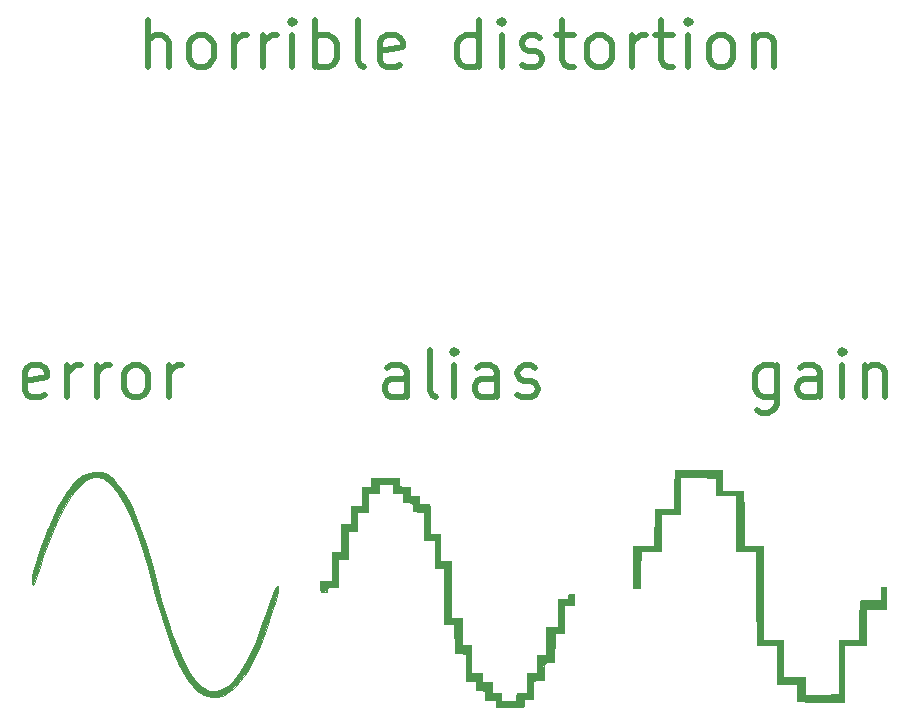
<source format=gbr>
%TF.GenerationSoftware,KiCad,Pcbnew,5.1.6-c6e7f7d~87~ubuntu18.04.1*%
%TF.CreationDate,2020-07-29T17:50:40-04:00*%
%TF.ProjectId,bit_crusher_front_panel,6269745f-6372-4757-9368-65725f66726f,rev?*%
%TF.SameCoordinates,Original*%
%TF.FileFunction,Legend,Top*%
%TF.FilePolarity,Positive*%
%FSLAX46Y46*%
G04 Gerber Fmt 4.6, Leading zero omitted, Abs format (unit mm)*
G04 Created by KiCad (PCBNEW 5.1.6-c6e7f7d~87~ubuntu18.04.1) date 2020-07-29 17:50:40*
%MOMM*%
%LPD*%
G01*
G04 APERTURE LIST*
%ADD10C,0.120000*%
%ADD11C,0.100000*%
%ADD12C,0.500000*%
%ADD13C,0.010000*%
G04 APERTURE END LIST*
D10*
X152400000Y-86512400D02*
X152400000Y-87680800D01*
X152806400Y-86512400D02*
X152400000Y-86512400D01*
X152806400Y-88290400D02*
X152806400Y-86512400D01*
X151130000Y-88290400D02*
X152806400Y-88290400D01*
X150672800Y-87833200D02*
X150622000Y-87731600D01*
X150571200Y-87680800D02*
X152450800Y-87680800D01*
X150571200Y-90932000D02*
X150571200Y-87680800D01*
X145288000Y-96164400D02*
X145288000Y-94640400D01*
X149199600Y-96164400D02*
X145288000Y-96164400D01*
X133705600Y-83413600D02*
X133705600Y-80264000D01*
X131978400Y-83413600D02*
X133705600Y-83413600D01*
X131978400Y-86512400D02*
X131978400Y-83464400D01*
X131419600Y-86512400D02*
X131978400Y-86512400D01*
X131419600Y-83007200D02*
X131419600Y-86512400D01*
X133299200Y-83007200D02*
X131419600Y-83007200D01*
X148844000Y-90982800D02*
X150622000Y-90982800D01*
X148844000Y-95656400D02*
X148844000Y-90982800D01*
X140106400Y-78689200D02*
X140055600Y-78638400D01*
X140106400Y-83464400D02*
X140106400Y-78689200D01*
X141833600Y-83464400D02*
X140106400Y-83464400D01*
X140716000Y-78384400D02*
X140716000Y-83159600D01*
X138836400Y-78384400D02*
X140716000Y-78384400D01*
X119786400Y-96570800D02*
X119786400Y-96037400D01*
X122123200Y-96570800D02*
X119786400Y-96570800D01*
X122123200Y-96570800D02*
X122123200Y-96012000D01*
X121970800Y-96570800D02*
X122123200Y-96570800D01*
X122885200Y-95961200D02*
X121970800Y-95986600D01*
X122885200Y-94437200D02*
X122885200Y-95961200D01*
X121564400Y-95478600D02*
X122504200Y-95478600D01*
X121564400Y-96164400D02*
X121564400Y-95478600D01*
X120218200Y-95478600D02*
X120218200Y-96215200D01*
X120192800Y-95478600D02*
X120218200Y-95478600D01*
X119380000Y-95478600D02*
X120192800Y-95478600D01*
X117271800Y-94411800D02*
X117297200Y-92125800D01*
X117297200Y-94411800D02*
X117271800Y-94411800D01*
X118110000Y-94411800D02*
X117297200Y-94411800D01*
X118135400Y-94945200D02*
X118135400Y-95148400D01*
X118059200Y-95224600D02*
X118059200Y-94335600D01*
X118948200Y-95224600D02*
X118059200Y-95224600D01*
X123875800Y-92786200D02*
X123799600Y-94335600D01*
X123875800Y-94386400D02*
X123875800Y-92786200D01*
X122859800Y-94386400D02*
X123875800Y-94386400D01*
X124663200Y-92760800D02*
X124587000Y-92735400D01*
X124688600Y-92786200D02*
X124637800Y-92583000D01*
X124739400Y-92811600D02*
X124739400Y-90322400D01*
X123748800Y-92811600D02*
X124739400Y-92811600D01*
X126365000Y-87985600D02*
X125501400Y-87985600D01*
X125933200Y-87096600D02*
X125933200Y-87579200D01*
X126365000Y-87096600D02*
X125933200Y-87096600D01*
X126365000Y-87985600D02*
X126365000Y-87096600D01*
X105410000Y-86715600D02*
X105410000Y-86817200D01*
X105486200Y-86893400D02*
X105486200Y-86385400D01*
X104978200Y-86893400D02*
X105486200Y-86893400D01*
X104978200Y-86029800D02*
X104978200Y-86893400D01*
X114096800Y-79578200D02*
X113411000Y-79552800D01*
X114147600Y-79502000D02*
X113182400Y-79502000D01*
X114147600Y-79679800D02*
X114147600Y-79502000D01*
X112801400Y-79984600D02*
X112852200Y-79984600D01*
X112750600Y-80060800D02*
X113766600Y-80060800D01*
X112750600Y-80035400D02*
X112750600Y-80060800D01*
X112750600Y-79349600D02*
X112750600Y-80035400D01*
X113157000Y-78943200D02*
X113157000Y-78867000D01*
X113233200Y-78816200D02*
X113233200Y-79603600D01*
X112547400Y-78816200D02*
X113233200Y-78816200D01*
X112522000Y-78028800D02*
X111607600Y-78028800D01*
X112522000Y-78765400D02*
X112522000Y-78028800D01*
D11*
G36*
X111607600Y-78486000D02*
G01*
X111175800Y-78460600D01*
X111125000Y-78435200D01*
X111125000Y-77317600D01*
X111607600Y-77317600D01*
X111607600Y-78486000D01*
G37*
X111607600Y-78486000D02*
X111175800Y-78460600D01*
X111125000Y-78435200D01*
X111125000Y-77317600D01*
X111607600Y-77317600D01*
X111607600Y-78486000D01*
D12*
X90363809Y-42449523D02*
X90363809Y-38449523D01*
X92078095Y-42449523D02*
X92078095Y-40354285D01*
X91887619Y-39973333D01*
X91506666Y-39782857D01*
X90935238Y-39782857D01*
X90554285Y-39973333D01*
X90363809Y-40163809D01*
X94554285Y-42449523D02*
X94173333Y-42259047D01*
X93982857Y-42068571D01*
X93792380Y-41687619D01*
X93792380Y-40544761D01*
X93982857Y-40163809D01*
X94173333Y-39973333D01*
X94554285Y-39782857D01*
X95125714Y-39782857D01*
X95506666Y-39973333D01*
X95697142Y-40163809D01*
X95887619Y-40544761D01*
X95887619Y-41687619D01*
X95697142Y-42068571D01*
X95506666Y-42259047D01*
X95125714Y-42449523D01*
X94554285Y-42449523D01*
X97601904Y-42449523D02*
X97601904Y-39782857D01*
X97601904Y-40544761D02*
X97792380Y-40163809D01*
X97982857Y-39973333D01*
X98363809Y-39782857D01*
X98744761Y-39782857D01*
X100078095Y-42449523D02*
X100078095Y-39782857D01*
X100078095Y-40544761D02*
X100268571Y-40163809D01*
X100459047Y-39973333D01*
X100840000Y-39782857D01*
X101220952Y-39782857D01*
X102554285Y-42449523D02*
X102554285Y-39782857D01*
X102554285Y-38449523D02*
X102363809Y-38640000D01*
X102554285Y-38830476D01*
X102744761Y-38640000D01*
X102554285Y-38449523D01*
X102554285Y-38830476D01*
X104459047Y-42449523D02*
X104459047Y-38449523D01*
X104459047Y-39973333D02*
X104840000Y-39782857D01*
X105601904Y-39782857D01*
X105982857Y-39973333D01*
X106173333Y-40163809D01*
X106363809Y-40544761D01*
X106363809Y-41687619D01*
X106173333Y-42068571D01*
X105982857Y-42259047D01*
X105601904Y-42449523D01*
X104840000Y-42449523D01*
X104459047Y-42259047D01*
X108649523Y-42449523D02*
X108268571Y-42259047D01*
X108078095Y-41878095D01*
X108078095Y-38449523D01*
X111697142Y-42259047D02*
X111316190Y-42449523D01*
X110554285Y-42449523D01*
X110173333Y-42259047D01*
X109982857Y-41878095D01*
X109982857Y-40354285D01*
X110173333Y-39973333D01*
X110554285Y-39782857D01*
X111316190Y-39782857D01*
X111697142Y-39973333D01*
X111887619Y-40354285D01*
X111887619Y-40735238D01*
X109982857Y-41116190D01*
X118363809Y-42449523D02*
X118363809Y-38449523D01*
X118363809Y-42259047D02*
X117982857Y-42449523D01*
X117220952Y-42449523D01*
X116840000Y-42259047D01*
X116649523Y-42068571D01*
X116459047Y-41687619D01*
X116459047Y-40544761D01*
X116649523Y-40163809D01*
X116840000Y-39973333D01*
X117220952Y-39782857D01*
X117982857Y-39782857D01*
X118363809Y-39973333D01*
X120268571Y-42449523D02*
X120268571Y-39782857D01*
X120268571Y-38449523D02*
X120078095Y-38640000D01*
X120268571Y-38830476D01*
X120459047Y-38640000D01*
X120268571Y-38449523D01*
X120268571Y-38830476D01*
X121982857Y-42259047D02*
X122363809Y-42449523D01*
X123125714Y-42449523D01*
X123506666Y-42259047D01*
X123697142Y-41878095D01*
X123697142Y-41687619D01*
X123506666Y-41306666D01*
X123125714Y-41116190D01*
X122554285Y-41116190D01*
X122173333Y-40925714D01*
X121982857Y-40544761D01*
X121982857Y-40354285D01*
X122173333Y-39973333D01*
X122554285Y-39782857D01*
X123125714Y-39782857D01*
X123506666Y-39973333D01*
X124840000Y-39782857D02*
X126363809Y-39782857D01*
X125411428Y-38449523D02*
X125411428Y-41878095D01*
X125601904Y-42259047D01*
X125982857Y-42449523D01*
X126363809Y-42449523D01*
X128268571Y-42449523D02*
X127887619Y-42259047D01*
X127697142Y-42068571D01*
X127506666Y-41687619D01*
X127506666Y-40544761D01*
X127697142Y-40163809D01*
X127887619Y-39973333D01*
X128268571Y-39782857D01*
X128840000Y-39782857D01*
X129220952Y-39973333D01*
X129411428Y-40163809D01*
X129601904Y-40544761D01*
X129601904Y-41687619D01*
X129411428Y-42068571D01*
X129220952Y-42259047D01*
X128840000Y-42449523D01*
X128268571Y-42449523D01*
X131316190Y-42449523D02*
X131316190Y-39782857D01*
X131316190Y-40544761D02*
X131506666Y-40163809D01*
X131697142Y-39973333D01*
X132078095Y-39782857D01*
X132459047Y-39782857D01*
X133220952Y-39782857D02*
X134744761Y-39782857D01*
X133792380Y-38449523D02*
X133792380Y-41878095D01*
X133982857Y-42259047D01*
X134363809Y-42449523D01*
X134744761Y-42449523D01*
X136078095Y-42449523D02*
X136078095Y-39782857D01*
X136078095Y-38449523D02*
X135887619Y-38640000D01*
X136078095Y-38830476D01*
X136268571Y-38640000D01*
X136078095Y-38449523D01*
X136078095Y-38830476D01*
X138554285Y-42449523D02*
X138173333Y-42259047D01*
X137982857Y-42068571D01*
X137792380Y-41687619D01*
X137792380Y-40544761D01*
X137982857Y-40163809D01*
X138173333Y-39973333D01*
X138554285Y-39782857D01*
X139125714Y-39782857D01*
X139506666Y-39973333D01*
X139697142Y-40163809D01*
X139887619Y-40544761D01*
X139887619Y-41687619D01*
X139697142Y-42068571D01*
X139506666Y-42259047D01*
X139125714Y-42449523D01*
X138554285Y-42449523D01*
X141601904Y-39782857D02*
X141601904Y-42449523D01*
X141601904Y-40163809D02*
X141792380Y-39973333D01*
X142173333Y-39782857D01*
X142744761Y-39782857D01*
X143125714Y-39973333D01*
X143316190Y-40354285D01*
X143316190Y-42449523D01*
X143605714Y-67722857D02*
X143605714Y-70960952D01*
X143415238Y-71341904D01*
X143224761Y-71532380D01*
X142843809Y-71722857D01*
X142272380Y-71722857D01*
X141891428Y-71532380D01*
X143605714Y-70199047D02*
X143224761Y-70389523D01*
X142462857Y-70389523D01*
X142081904Y-70199047D01*
X141891428Y-70008571D01*
X141700952Y-69627619D01*
X141700952Y-68484761D01*
X141891428Y-68103809D01*
X142081904Y-67913333D01*
X142462857Y-67722857D01*
X143224761Y-67722857D01*
X143605714Y-67913333D01*
X147224761Y-70389523D02*
X147224761Y-68294285D01*
X147034285Y-67913333D01*
X146653333Y-67722857D01*
X145891428Y-67722857D01*
X145510476Y-67913333D01*
X147224761Y-70199047D02*
X146843809Y-70389523D01*
X145891428Y-70389523D01*
X145510476Y-70199047D01*
X145320000Y-69818095D01*
X145320000Y-69437142D01*
X145510476Y-69056190D01*
X145891428Y-68865714D01*
X146843809Y-68865714D01*
X147224761Y-68675238D01*
X149129523Y-70389523D02*
X149129523Y-67722857D01*
X149129523Y-66389523D02*
X148939047Y-66580000D01*
X149129523Y-66770476D01*
X149320000Y-66580000D01*
X149129523Y-66389523D01*
X149129523Y-66770476D01*
X151034285Y-67722857D02*
X151034285Y-70389523D01*
X151034285Y-68103809D02*
X151224761Y-67913333D01*
X151605714Y-67722857D01*
X152177142Y-67722857D01*
X152558095Y-67913333D01*
X152748571Y-68294285D01*
X152748571Y-70389523D01*
X112268571Y-70389523D02*
X112268571Y-68294285D01*
X112078095Y-67913333D01*
X111697142Y-67722857D01*
X110935238Y-67722857D01*
X110554285Y-67913333D01*
X112268571Y-70199047D02*
X111887619Y-70389523D01*
X110935238Y-70389523D01*
X110554285Y-70199047D01*
X110363809Y-69818095D01*
X110363809Y-69437142D01*
X110554285Y-69056190D01*
X110935238Y-68865714D01*
X111887619Y-68865714D01*
X112268571Y-68675238D01*
X114744761Y-70389523D02*
X114363809Y-70199047D01*
X114173333Y-69818095D01*
X114173333Y-66389523D01*
X116268571Y-70389523D02*
X116268571Y-67722857D01*
X116268571Y-66389523D02*
X116078095Y-66580000D01*
X116268571Y-66770476D01*
X116459047Y-66580000D01*
X116268571Y-66389523D01*
X116268571Y-66770476D01*
X119887619Y-70389523D02*
X119887619Y-68294285D01*
X119697142Y-67913333D01*
X119316190Y-67722857D01*
X118554285Y-67722857D01*
X118173333Y-67913333D01*
X119887619Y-70199047D02*
X119506666Y-70389523D01*
X118554285Y-70389523D01*
X118173333Y-70199047D01*
X117982857Y-69818095D01*
X117982857Y-69437142D01*
X118173333Y-69056190D01*
X118554285Y-68865714D01*
X119506666Y-68865714D01*
X119887619Y-68675238D01*
X121601904Y-70199047D02*
X121982857Y-70389523D01*
X122744761Y-70389523D01*
X123125714Y-70199047D01*
X123316190Y-69818095D01*
X123316190Y-69627619D01*
X123125714Y-69246666D01*
X122744761Y-69056190D01*
X122173333Y-69056190D01*
X121792380Y-68865714D01*
X121601904Y-68484761D01*
X121601904Y-68294285D01*
X121792380Y-67913333D01*
X122173333Y-67722857D01*
X122744761Y-67722857D01*
X123125714Y-67913333D01*
X81598095Y-70199047D02*
X81217142Y-70389523D01*
X80455238Y-70389523D01*
X80074285Y-70199047D01*
X79883809Y-69818095D01*
X79883809Y-68294285D01*
X80074285Y-67913333D01*
X80455238Y-67722857D01*
X81217142Y-67722857D01*
X81598095Y-67913333D01*
X81788571Y-68294285D01*
X81788571Y-68675238D01*
X79883809Y-69056190D01*
X83502857Y-70389523D02*
X83502857Y-67722857D01*
X83502857Y-68484761D02*
X83693333Y-68103809D01*
X83883809Y-67913333D01*
X84264761Y-67722857D01*
X84645714Y-67722857D01*
X85979047Y-70389523D02*
X85979047Y-67722857D01*
X85979047Y-68484761D02*
X86169523Y-68103809D01*
X86360000Y-67913333D01*
X86740952Y-67722857D01*
X87121904Y-67722857D01*
X89026666Y-70389523D02*
X88645714Y-70199047D01*
X88455238Y-70008571D01*
X88264761Y-69627619D01*
X88264761Y-68484761D01*
X88455238Y-68103809D01*
X88645714Y-67913333D01*
X89026666Y-67722857D01*
X89598095Y-67722857D01*
X89979047Y-67913333D01*
X90169523Y-68103809D01*
X90360000Y-68484761D01*
X90360000Y-69627619D01*
X90169523Y-70008571D01*
X89979047Y-70199047D01*
X89598095Y-70389523D01*
X89026666Y-70389523D01*
X92074285Y-70389523D02*
X92074285Y-67722857D01*
X92074285Y-68484761D02*
X92264761Y-68103809D01*
X92455238Y-67913333D01*
X92836190Y-67722857D01*
X93217142Y-67722857D01*
D13*
%TO.C,G\u002A\u002A\u002A*%
G36*
X119770770Y-96324616D02*
G01*
X119758026Y-96144398D01*
X119684445Y-96059041D01*
X119497004Y-96033195D01*
X119331154Y-96031539D01*
X118891539Y-96031539D01*
X118891539Y-95640769D01*
X118882038Y-95390645D01*
X118816477Y-95279502D01*
X118639262Y-95250939D01*
X118506387Y-95250000D01*
X118264455Y-95240434D01*
X118148758Y-95175381D01*
X118104767Y-95000314D01*
X118091194Y-94834808D01*
X118062804Y-94574026D01*
X117989059Y-94449678D01*
X117811452Y-94403257D01*
X117645962Y-94389575D01*
X117230770Y-94359535D01*
X117230770Y-92134552D01*
X116766731Y-92104776D01*
X116302693Y-92075000D01*
X116248009Y-89583846D01*
X115374616Y-89583846D01*
X115374616Y-84894616D01*
X114593077Y-84894616D01*
X114593077Y-82550000D01*
X113713847Y-82550000D01*
X113713847Y-80107693D01*
X113284683Y-80107693D01*
X112969508Y-80076519D01*
X112802090Y-79955462D01*
X112740933Y-79703213D01*
X112736923Y-79562395D01*
X112714252Y-79409970D01*
X112609836Y-79342239D01*
X112369076Y-79326195D01*
X112346154Y-79326154D01*
X111955385Y-79326154D01*
X111955385Y-78544616D01*
X111076154Y-78544616D01*
X111076154Y-77763077D01*
X109903847Y-77763077D01*
X109903847Y-78544616D01*
X108926923Y-78544616D01*
X108926923Y-80107693D01*
X108047693Y-80107693D01*
X108047693Y-81768462D01*
X107266154Y-81768462D01*
X107266154Y-84113077D01*
X106386923Y-84113077D01*
X106386923Y-86457693D01*
X105949169Y-86457693D01*
X105671580Y-86471326D01*
X105528262Y-86531909D01*
X105458880Y-86668971D01*
X105450117Y-86701923D01*
X105338661Y-86897861D01*
X105155179Y-86946154D01*
X105016343Y-86928740D01*
X104947074Y-86843329D01*
X104923575Y-86640174D01*
X104921539Y-86457693D01*
X104921539Y-85969231D01*
X105898462Y-85969231D01*
X105898462Y-83526923D01*
X106680000Y-83526923D01*
X106680000Y-81182308D01*
X107559231Y-81182308D01*
X107559231Y-79619231D01*
X108438462Y-79619231D01*
X108438462Y-78056154D01*
X109220000Y-78056154D01*
X109220000Y-77274616D01*
X111552821Y-77274616D01*
X111583142Y-77640962D01*
X111611120Y-77866087D01*
X111683447Y-77972673D01*
X111856992Y-78005053D01*
X112053077Y-78007308D01*
X112492693Y-78007308D01*
X112522733Y-78422500D01*
X112551563Y-78682832D01*
X112619659Y-78802526D01*
X112775151Y-78836127D01*
X112889079Y-78837693D01*
X113118310Y-78857102D01*
X113211024Y-78942123D01*
X113225385Y-79073933D01*
X113256699Y-79387691D01*
X113378303Y-79554358D01*
X113631691Y-79615240D01*
X113773145Y-79619231D01*
X114202308Y-79619231D01*
X114202308Y-81963846D01*
X115081539Y-81963846D01*
X115081539Y-84308462D01*
X115960770Y-84308462D01*
X115960770Y-89095385D01*
X116937693Y-89095385D01*
X116937693Y-91440000D01*
X117719231Y-91440000D01*
X117719231Y-93784616D01*
X118598462Y-93784616D01*
X118598462Y-94566154D01*
X119477693Y-94566154D01*
X119477693Y-95445385D01*
X119868462Y-95445385D01*
X120118658Y-95455736D01*
X120229846Y-95519650D01*
X120258357Y-95686415D01*
X120259231Y-95787308D01*
X120259231Y-96129231D01*
X121529231Y-96129231D01*
X121529231Y-95787308D01*
X121538616Y-95577216D01*
X121602220Y-95477730D01*
X121773216Y-95447494D01*
X121968847Y-95445385D01*
X122408462Y-95445385D01*
X122408462Y-93784616D01*
X123287693Y-93784616D01*
X123287693Y-92221539D01*
X124069231Y-92221539D01*
X124069231Y-89876923D01*
X125046154Y-89876923D01*
X125046154Y-87532308D01*
X125485770Y-87532308D01*
X125757047Y-87522185D01*
X125885576Y-87472428D01*
X125923706Y-87353952D01*
X125925385Y-87288077D01*
X125965734Y-87102168D01*
X126124608Y-87044878D01*
X126169616Y-87043846D01*
X126314564Y-87059683D01*
X126386876Y-87140505D01*
X126411533Y-87336277D01*
X126413847Y-87532308D01*
X126413847Y-88020769D01*
X125534616Y-88020769D01*
X125534616Y-90365385D01*
X124753077Y-90365385D01*
X124751743Y-91366731D01*
X124745115Y-91933906D01*
X124722823Y-92333440D01*
X124678618Y-92592853D01*
X124606250Y-92739660D01*
X124499470Y-92801381D01*
X124424183Y-92809027D01*
X124109457Y-92826067D01*
X123917103Y-92897802D01*
X123817368Y-93062561D01*
X123780500Y-93358673D01*
X123776154Y-93643854D01*
X123776154Y-94359535D01*
X123360962Y-94389575D01*
X122945770Y-94419616D01*
X122917339Y-95171073D01*
X122888909Y-95922530D01*
X122526570Y-95952611D01*
X122284748Y-95990462D01*
X122174963Y-96086743D01*
X122133881Y-96297475D01*
X122133618Y-96300193D01*
X122103006Y-96617693D01*
X119770770Y-96617693D01*
X119770770Y-96324616D01*
G37*
X119770770Y-96324616D02*
X119758026Y-96144398D01*
X119684445Y-96059041D01*
X119497004Y-96033195D01*
X119331154Y-96031539D01*
X118891539Y-96031539D01*
X118891539Y-95640769D01*
X118882038Y-95390645D01*
X118816477Y-95279502D01*
X118639262Y-95250939D01*
X118506387Y-95250000D01*
X118264455Y-95240434D01*
X118148758Y-95175381D01*
X118104767Y-95000314D01*
X118091194Y-94834808D01*
X118062804Y-94574026D01*
X117989059Y-94449678D01*
X117811452Y-94403257D01*
X117645962Y-94389575D01*
X117230770Y-94359535D01*
X117230770Y-92134552D01*
X116766731Y-92104776D01*
X116302693Y-92075000D01*
X116248009Y-89583846D01*
X115374616Y-89583846D01*
X115374616Y-84894616D01*
X114593077Y-84894616D01*
X114593077Y-82550000D01*
X113713847Y-82550000D01*
X113713847Y-80107693D01*
X113284683Y-80107693D01*
X112969508Y-80076519D01*
X112802090Y-79955462D01*
X112740933Y-79703213D01*
X112736923Y-79562395D01*
X112714252Y-79409970D01*
X112609836Y-79342239D01*
X112369076Y-79326195D01*
X112346154Y-79326154D01*
X111955385Y-79326154D01*
X111955385Y-78544616D01*
X111076154Y-78544616D01*
X111076154Y-77763077D01*
X109903847Y-77763077D01*
X109903847Y-78544616D01*
X108926923Y-78544616D01*
X108926923Y-80107693D01*
X108047693Y-80107693D01*
X108047693Y-81768462D01*
X107266154Y-81768462D01*
X107266154Y-84113077D01*
X106386923Y-84113077D01*
X106386923Y-86457693D01*
X105949169Y-86457693D01*
X105671580Y-86471326D01*
X105528262Y-86531909D01*
X105458880Y-86668971D01*
X105450117Y-86701923D01*
X105338661Y-86897861D01*
X105155179Y-86946154D01*
X105016343Y-86928740D01*
X104947074Y-86843329D01*
X104923575Y-86640174D01*
X104921539Y-86457693D01*
X104921539Y-85969231D01*
X105898462Y-85969231D01*
X105898462Y-83526923D01*
X106680000Y-83526923D01*
X106680000Y-81182308D01*
X107559231Y-81182308D01*
X107559231Y-79619231D01*
X108438462Y-79619231D01*
X108438462Y-78056154D01*
X109220000Y-78056154D01*
X109220000Y-77274616D01*
X111552821Y-77274616D01*
X111583142Y-77640962D01*
X111611120Y-77866087D01*
X111683447Y-77972673D01*
X111856992Y-78005053D01*
X112053077Y-78007308D01*
X112492693Y-78007308D01*
X112522733Y-78422500D01*
X112551563Y-78682832D01*
X112619659Y-78802526D01*
X112775151Y-78836127D01*
X112889079Y-78837693D01*
X113118310Y-78857102D01*
X113211024Y-78942123D01*
X113225385Y-79073933D01*
X113256699Y-79387691D01*
X113378303Y-79554358D01*
X113631691Y-79615240D01*
X113773145Y-79619231D01*
X114202308Y-79619231D01*
X114202308Y-81963846D01*
X115081539Y-81963846D01*
X115081539Y-84308462D01*
X115960770Y-84308462D01*
X115960770Y-89095385D01*
X116937693Y-89095385D01*
X116937693Y-91440000D01*
X117719231Y-91440000D01*
X117719231Y-93784616D01*
X118598462Y-93784616D01*
X118598462Y-94566154D01*
X119477693Y-94566154D01*
X119477693Y-95445385D01*
X119868462Y-95445385D01*
X120118658Y-95455736D01*
X120229846Y-95519650D01*
X120258357Y-95686415D01*
X120259231Y-95787308D01*
X120259231Y-96129231D01*
X121529231Y-96129231D01*
X121529231Y-95787308D01*
X121538616Y-95577216D01*
X121602220Y-95477730D01*
X121773216Y-95447494D01*
X121968847Y-95445385D01*
X122408462Y-95445385D01*
X122408462Y-93784616D01*
X123287693Y-93784616D01*
X123287693Y-92221539D01*
X124069231Y-92221539D01*
X124069231Y-89876923D01*
X125046154Y-89876923D01*
X125046154Y-87532308D01*
X125485770Y-87532308D01*
X125757047Y-87522185D01*
X125885576Y-87472428D01*
X125923706Y-87353952D01*
X125925385Y-87288077D01*
X125965734Y-87102168D01*
X126124608Y-87044878D01*
X126169616Y-87043846D01*
X126314564Y-87059683D01*
X126386876Y-87140505D01*
X126411533Y-87336277D01*
X126413847Y-87532308D01*
X126413847Y-88020769D01*
X125534616Y-88020769D01*
X125534616Y-90365385D01*
X124753077Y-90365385D01*
X124751743Y-91366731D01*
X124745115Y-91933906D01*
X124722823Y-92333440D01*
X124678618Y-92592853D01*
X124606250Y-92739660D01*
X124499470Y-92801381D01*
X124424183Y-92809027D01*
X124109457Y-92826067D01*
X123917103Y-92897802D01*
X123817368Y-93062561D01*
X123780500Y-93358673D01*
X123776154Y-93643854D01*
X123776154Y-94359535D01*
X123360962Y-94389575D01*
X122945770Y-94419616D01*
X122917339Y-95171073D01*
X122888909Y-95922530D01*
X122526570Y-95952611D01*
X122284748Y-95990462D01*
X122174963Y-96086743D01*
X122133881Y-96297475D01*
X122133618Y-96300193D01*
X122103006Y-96617693D01*
X119770770Y-96617693D01*
X119770770Y-96324616D01*
G36*
X95055148Y-95640727D02*
G01*
X94494628Y-95271994D01*
X93961667Y-94714411D01*
X93808041Y-94510866D01*
X93390055Y-93862659D01*
X92977666Y-93086980D01*
X92566958Y-92173456D01*
X92154014Y-91111713D01*
X91734917Y-89891377D01*
X91305752Y-88502074D01*
X90862602Y-86933431D01*
X90657144Y-86164616D01*
X90219153Y-84566160D01*
X89793497Y-83151753D01*
X89375791Y-81910777D01*
X88961649Y-80832612D01*
X88546685Y-79906640D01*
X88126514Y-79122243D01*
X87696750Y-78468800D01*
X87263046Y-77946303D01*
X86944116Y-77620182D01*
X86704629Y-77413303D01*
X86499404Y-77294426D01*
X86283260Y-77232313D01*
X86213582Y-77220681D01*
X85818460Y-77199500D01*
X85460217Y-77276208D01*
X85100196Y-77469333D01*
X84699740Y-77797405D01*
X84402329Y-78088844D01*
X84079032Y-78438561D01*
X83806141Y-78784271D01*
X83548978Y-79177097D01*
X83272864Y-79668161D01*
X83080511Y-80037401D01*
X82466421Y-81310311D01*
X81939525Y-82567952D01*
X81468173Y-83889841D01*
X81177122Y-84819397D01*
X80970672Y-85478326D01*
X80802005Y-85946142D01*
X80670790Y-86223365D01*
X80576698Y-86310513D01*
X80519399Y-86208105D01*
X80498564Y-85916660D01*
X80498462Y-85887142D01*
X80531345Y-85635953D01*
X80622787Y-85236595D01*
X80761979Y-84723555D01*
X80938108Y-84131320D01*
X81140366Y-83494377D01*
X81357942Y-82847212D01*
X81580025Y-82224313D01*
X81795805Y-81660167D01*
X81912013Y-81377693D01*
X82164497Y-80811138D01*
X82452374Y-80209036D01*
X82750651Y-79620133D01*
X83034334Y-79093175D01*
X83278430Y-78676906D01*
X83364631Y-78544616D01*
X83715650Y-78078560D01*
X84102657Y-77641829D01*
X84484005Y-77276942D01*
X84818045Y-77026415D01*
X84892211Y-76985154D01*
X85342029Y-76833750D01*
X85878351Y-76763030D01*
X86405731Y-76782484D01*
X86588254Y-76816533D01*
X86901409Y-76947818D01*
X87209262Y-77159974D01*
X87272100Y-77218403D01*
X87746980Y-77748366D01*
X88193881Y-78359321D01*
X88618983Y-79065654D01*
X89028466Y-79881749D01*
X89428512Y-80821994D01*
X89825300Y-81900774D01*
X90225011Y-83132475D01*
X90633825Y-84531481D01*
X91004048Y-85904866D01*
X91468086Y-87603397D01*
X91926335Y-89118542D01*
X92382794Y-90462053D01*
X92841465Y-91645684D01*
X93306347Y-92681188D01*
X93320389Y-92710000D01*
X93598467Y-93261226D01*
X93835870Y-93681268D01*
X94065673Y-94019876D01*
X94320953Y-94326795D01*
X94565599Y-94582794D01*
X94933999Y-94932753D01*
X95222087Y-95154196D01*
X95467902Y-95274067D01*
X95583458Y-95303704D01*
X96086227Y-95317662D01*
X96582378Y-95165166D01*
X97078600Y-94840742D01*
X97581581Y-94338911D01*
X98098008Y-93654198D01*
X98608835Y-92826403D01*
X98810640Y-92468142D01*
X98983189Y-92146866D01*
X99138261Y-91833929D01*
X99287636Y-91500681D01*
X99443095Y-91118476D01*
X99616416Y-90658665D01*
X99819380Y-90092602D01*
X100063768Y-89391638D01*
X100283627Y-88753462D01*
X100566737Y-87944871D01*
X100803672Y-87300738D01*
X100992214Y-86826608D01*
X101130140Y-86528024D01*
X101215232Y-86410532D01*
X101222511Y-86408846D01*
X101320560Y-86445157D01*
X101365215Y-86566265D01*
X101353374Y-86790440D01*
X101281937Y-87135949D01*
X101147803Y-87621060D01*
X100947871Y-88264040D01*
X100863233Y-88525298D01*
X100319657Y-90095438D01*
X99777013Y-91471628D01*
X99234493Y-92655291D01*
X98691289Y-93647854D01*
X98146595Y-94450742D01*
X97599603Y-95065380D01*
X97049506Y-95493194D01*
X96858006Y-95598119D01*
X96241242Y-95805360D01*
X95638821Y-95819039D01*
X95055148Y-95640727D01*
G37*
X95055148Y-95640727D02*
X94494628Y-95271994D01*
X93961667Y-94714411D01*
X93808041Y-94510866D01*
X93390055Y-93862659D01*
X92977666Y-93086980D01*
X92566958Y-92173456D01*
X92154014Y-91111713D01*
X91734917Y-89891377D01*
X91305752Y-88502074D01*
X90862602Y-86933431D01*
X90657144Y-86164616D01*
X90219153Y-84566160D01*
X89793497Y-83151753D01*
X89375791Y-81910777D01*
X88961649Y-80832612D01*
X88546685Y-79906640D01*
X88126514Y-79122243D01*
X87696750Y-78468800D01*
X87263046Y-77946303D01*
X86944116Y-77620182D01*
X86704629Y-77413303D01*
X86499404Y-77294426D01*
X86283260Y-77232313D01*
X86213582Y-77220681D01*
X85818460Y-77199500D01*
X85460217Y-77276208D01*
X85100196Y-77469333D01*
X84699740Y-77797405D01*
X84402329Y-78088844D01*
X84079032Y-78438561D01*
X83806141Y-78784271D01*
X83548978Y-79177097D01*
X83272864Y-79668161D01*
X83080511Y-80037401D01*
X82466421Y-81310311D01*
X81939525Y-82567952D01*
X81468173Y-83889841D01*
X81177122Y-84819397D01*
X80970672Y-85478326D01*
X80802005Y-85946142D01*
X80670790Y-86223365D01*
X80576698Y-86310513D01*
X80519399Y-86208105D01*
X80498564Y-85916660D01*
X80498462Y-85887142D01*
X80531345Y-85635953D01*
X80622787Y-85236595D01*
X80761979Y-84723555D01*
X80938108Y-84131320D01*
X81140366Y-83494377D01*
X81357942Y-82847212D01*
X81580025Y-82224313D01*
X81795805Y-81660167D01*
X81912013Y-81377693D01*
X82164497Y-80811138D01*
X82452374Y-80209036D01*
X82750651Y-79620133D01*
X83034334Y-79093175D01*
X83278430Y-78676906D01*
X83364631Y-78544616D01*
X83715650Y-78078560D01*
X84102657Y-77641829D01*
X84484005Y-77276942D01*
X84818045Y-77026415D01*
X84892211Y-76985154D01*
X85342029Y-76833750D01*
X85878351Y-76763030D01*
X86405731Y-76782484D01*
X86588254Y-76816533D01*
X86901409Y-76947818D01*
X87209262Y-77159974D01*
X87272100Y-77218403D01*
X87746980Y-77748366D01*
X88193881Y-78359321D01*
X88618983Y-79065654D01*
X89028466Y-79881749D01*
X89428512Y-80821994D01*
X89825300Y-81900774D01*
X90225011Y-83132475D01*
X90633825Y-84531481D01*
X91004048Y-85904866D01*
X91468086Y-87603397D01*
X91926335Y-89118542D01*
X92382794Y-90462053D01*
X92841465Y-91645684D01*
X93306347Y-92681188D01*
X93320389Y-92710000D01*
X93598467Y-93261226D01*
X93835870Y-93681268D01*
X94065673Y-94019876D01*
X94320953Y-94326795D01*
X94565599Y-94582794D01*
X94933999Y-94932753D01*
X95222087Y-95154196D01*
X95467902Y-95274067D01*
X95583458Y-95303704D01*
X96086227Y-95317662D01*
X96582378Y-95165166D01*
X97078600Y-94840742D01*
X97581581Y-94338911D01*
X98098008Y-93654198D01*
X98608835Y-92826403D01*
X98810640Y-92468142D01*
X98983189Y-92146866D01*
X99138261Y-91833929D01*
X99287636Y-91500681D01*
X99443095Y-91118476D01*
X99616416Y-90658665D01*
X99819380Y-90092602D01*
X100063768Y-89391638D01*
X100283627Y-88753462D01*
X100566737Y-87944871D01*
X100803672Y-87300738D01*
X100992214Y-86826608D01*
X101130140Y-86528024D01*
X101215232Y-86410532D01*
X101222511Y-86408846D01*
X101320560Y-86445157D01*
X101365215Y-86566265D01*
X101353374Y-86790440D01*
X101281937Y-87135949D01*
X101147803Y-87621060D01*
X100947871Y-88264040D01*
X100863233Y-88525298D01*
X100319657Y-90095438D01*
X99777013Y-91471628D01*
X99234493Y-92655291D01*
X98691289Y-93647854D01*
X98146595Y-94450742D01*
X97599603Y-95065380D01*
X97049506Y-95493194D01*
X96858006Y-95598119D01*
X96241242Y-95805360D01*
X95638821Y-95819039D01*
X95055148Y-95640727D01*
G36*
X147637500Y-96225848D02*
G01*
X147061916Y-96221893D01*
X146528212Y-96211658D01*
X146078610Y-96196443D01*
X145755332Y-96177548D01*
X145634808Y-96164220D01*
X145268462Y-96103666D01*
X145268462Y-94663846D01*
X143607693Y-94663846D01*
X143607693Y-91440000D01*
X141851423Y-91440000D01*
X141825904Y-87459039D01*
X141800385Y-83478077D01*
X140945577Y-83449851D01*
X140090770Y-83421624D01*
X140090770Y-78740000D01*
X138438219Y-78740000D01*
X138409687Y-77982885D01*
X138381154Y-77225769D01*
X136891347Y-77198802D01*
X135401539Y-77171834D01*
X135401539Y-80303077D01*
X133740770Y-80303077D01*
X133740770Y-83421624D01*
X132885962Y-83449851D01*
X132031154Y-83478077D01*
X132004250Y-85016731D01*
X131977347Y-86555385D01*
X131396154Y-86555385D01*
X131396154Y-83045794D01*
X133203462Y-82989616D01*
X133257230Y-79920130D01*
X134060730Y-79891796D01*
X134864231Y-79863462D01*
X134891016Y-78227116D01*
X134917802Y-76590769D01*
X138918462Y-76590769D01*
X138918462Y-78349231D01*
X139786299Y-78349231D01*
X140201741Y-78352464D01*
X140462254Y-78368553D01*
X140608264Y-78407089D01*
X140680198Y-78477660D01*
X140713042Y-78569039D01*
X140730498Y-78729103D01*
X140746024Y-79052504D01*
X140758798Y-79507200D01*
X140767995Y-80061147D01*
X140772792Y-80682301D01*
X140773282Y-80913654D01*
X140774616Y-83038462D01*
X142435385Y-83038462D01*
X142435385Y-90951539D01*
X144096154Y-90951539D01*
X144096154Y-94077693D01*
X145952308Y-94077693D01*
X145952308Y-95645993D01*
X147393270Y-95618958D01*
X148834231Y-95591923D01*
X148860422Y-93271731D01*
X148886614Y-90951539D01*
X150543847Y-90951539D01*
X150544922Y-89657116D01*
X150549898Y-89137597D01*
X150562703Y-88656217D01*
X150581452Y-88263790D01*
X150604258Y-88011132D01*
X150606550Y-87996346D01*
X150667103Y-87630000D01*
X152400000Y-87630000D01*
X152400000Y-87043846D01*
X152406035Y-86718191D01*
X152435520Y-86542276D01*
X152505525Y-86470564D01*
X152619808Y-86457474D01*
X152721345Y-86465826D01*
X152783918Y-86515471D01*
X152814949Y-86642919D01*
X152821862Y-86884683D01*
X152812079Y-87277274D01*
X152808489Y-87385550D01*
X152777362Y-88313846D01*
X151130000Y-88313846D01*
X151130000Y-91440000D01*
X149273847Y-91440000D01*
X149273847Y-96226923D01*
X147637500Y-96225848D01*
G37*
X147637500Y-96225848D02*
X147061916Y-96221893D01*
X146528212Y-96211658D01*
X146078610Y-96196443D01*
X145755332Y-96177548D01*
X145634808Y-96164220D01*
X145268462Y-96103666D01*
X145268462Y-94663846D01*
X143607693Y-94663846D01*
X143607693Y-91440000D01*
X141851423Y-91440000D01*
X141825904Y-87459039D01*
X141800385Y-83478077D01*
X140945577Y-83449851D01*
X140090770Y-83421624D01*
X140090770Y-78740000D01*
X138438219Y-78740000D01*
X138409687Y-77982885D01*
X138381154Y-77225769D01*
X136891347Y-77198802D01*
X135401539Y-77171834D01*
X135401539Y-80303077D01*
X133740770Y-80303077D01*
X133740770Y-83421624D01*
X132885962Y-83449851D01*
X132031154Y-83478077D01*
X132004250Y-85016731D01*
X131977347Y-86555385D01*
X131396154Y-86555385D01*
X131396154Y-83045794D01*
X133203462Y-82989616D01*
X133257230Y-79920130D01*
X134060730Y-79891796D01*
X134864231Y-79863462D01*
X134891016Y-78227116D01*
X134917802Y-76590769D01*
X138918462Y-76590769D01*
X138918462Y-78349231D01*
X139786299Y-78349231D01*
X140201741Y-78352464D01*
X140462254Y-78368553D01*
X140608264Y-78407089D01*
X140680198Y-78477660D01*
X140713042Y-78569039D01*
X140730498Y-78729103D01*
X140746024Y-79052504D01*
X140758798Y-79507200D01*
X140767995Y-80061147D01*
X140772792Y-80682301D01*
X140773282Y-80913654D01*
X140774616Y-83038462D01*
X142435385Y-83038462D01*
X142435385Y-90951539D01*
X144096154Y-90951539D01*
X144096154Y-94077693D01*
X145952308Y-94077693D01*
X145952308Y-95645993D01*
X147393270Y-95618958D01*
X148834231Y-95591923D01*
X148860422Y-93271731D01*
X148886614Y-90951539D01*
X150543847Y-90951539D01*
X150544922Y-89657116D01*
X150549898Y-89137597D01*
X150562703Y-88656217D01*
X150581452Y-88263790D01*
X150604258Y-88011132D01*
X150606550Y-87996346D01*
X150667103Y-87630000D01*
X152400000Y-87630000D01*
X152400000Y-87043846D01*
X152406035Y-86718191D01*
X152435520Y-86542276D01*
X152505525Y-86470564D01*
X152619808Y-86457474D01*
X152721345Y-86465826D01*
X152783918Y-86515471D01*
X152814949Y-86642919D01*
X152821862Y-86884683D01*
X152812079Y-87277274D01*
X152808489Y-87385550D01*
X152777362Y-88313846D01*
X151130000Y-88313846D01*
X151130000Y-91440000D01*
X149273847Y-91440000D01*
X149273847Y-96226923D01*
X147637500Y-96225848D01*
%TD*%
M02*

</source>
